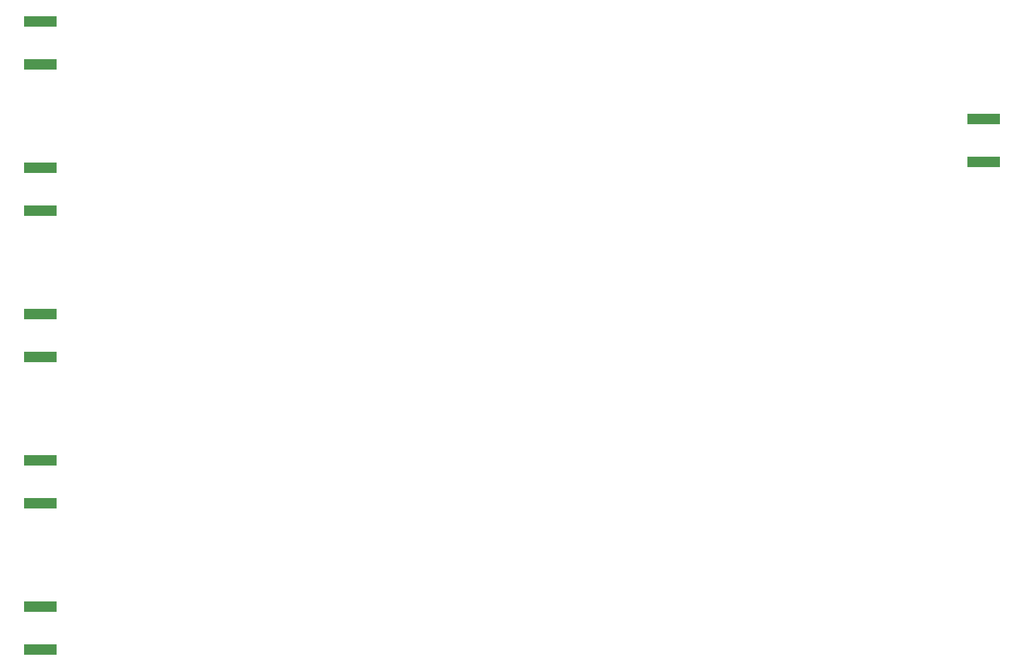
<source format=gbr>
%TF.GenerationSoftware,KiCad,Pcbnew,8.0.0*%
%TF.CreationDate,2024-03-17T22:04:36-04:00*%
%TF.ProjectId,S-Band Transceiver,532d4261-6e64-4205-9472-616e73636569,v1.0*%
%TF.SameCoordinates,Original*%
%TF.FileFunction,Paste,Bot*%
%TF.FilePolarity,Positive*%
%FSLAX46Y46*%
G04 Gerber Fmt 4.6, Leading zero omitted, Abs format (unit mm)*
G04 Created by KiCad (PCBNEW 8.0.0) date 2024-03-17 22:04:36*
%MOMM*%
%LPD*%
G01*
G04 APERTURE LIST*
%ADD10R,4.200000X1.350000*%
G04 APERTURE END LIST*
D10*
%TO.C,J5*%
X65659000Y-117125000D03*
X65659000Y-111475000D03*
%TD*%
%TO.C,J8*%
X65659000Y-54325000D03*
X65659000Y-59975000D03*
%TD*%
%TO.C,J1*%
X188377500Y-53625000D03*
X188377500Y-47975000D03*
%TD*%
%TO.C,J2*%
X65659000Y-98075000D03*
X65659000Y-92425000D03*
%TD*%
%TO.C,J7*%
X65659000Y-73375000D03*
X65659000Y-79025000D03*
%TD*%
%TO.C,J6*%
X65659000Y-35275000D03*
X65659000Y-40925000D03*
%TD*%
M02*

</source>
